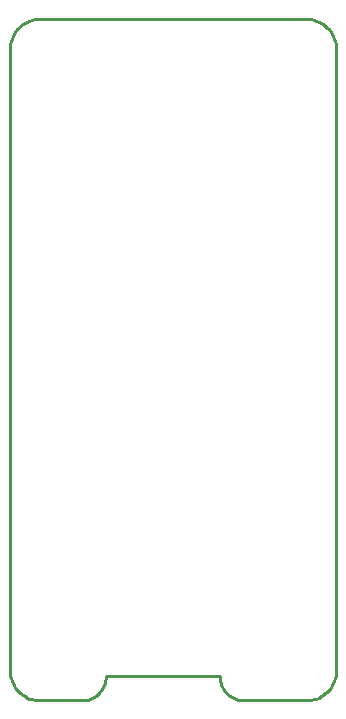
<source format=gbr>
G04 EAGLE Gerber RS-274X export*
G75*
%MOMM*%
%FSLAX34Y34*%
%LPD*%
%IN*%
%IPPOS*%
%AMOC8*
5,1,8,0,0,1.08239X$1,22.5*%
G01*
%ADD10C,0.254000*%


D10*
X0Y25400D02*
X97Y23186D01*
X386Y20989D01*
X865Y18826D01*
X1532Y16713D01*
X2380Y14666D01*
X3403Y12700D01*
X4594Y10831D01*
X5942Y9073D01*
X7440Y7440D01*
X9073Y5942D01*
X10831Y4594D01*
X12700Y3403D01*
X14666Y2380D01*
X16713Y1532D01*
X18826Y865D01*
X20989Y386D01*
X23186Y97D01*
X25400Y0D01*
X60960Y0D01*
X62731Y77D01*
X64489Y309D01*
X66219Y692D01*
X67910Y1225D01*
X69548Y1904D01*
X71120Y2722D01*
X72615Y3675D01*
X74021Y4754D01*
X75328Y5952D01*
X76526Y7259D01*
X77605Y8665D01*
X78558Y10160D01*
X79376Y11732D01*
X80055Y13370D01*
X80588Y15061D01*
X80971Y16791D01*
X81203Y18549D01*
X81280Y20320D01*
X177800Y20320D01*
X177877Y18549D01*
X178109Y16791D01*
X178492Y15061D01*
X179025Y13370D01*
X179704Y11732D01*
X180522Y10160D01*
X181475Y8665D01*
X182554Y7259D01*
X183752Y5952D01*
X185059Y4754D01*
X186465Y3675D01*
X187960Y2722D01*
X189532Y1904D01*
X191170Y1225D01*
X192861Y692D01*
X194591Y309D01*
X196349Y77D01*
X198120Y0D01*
X250952Y0D01*
X253166Y97D01*
X255363Y386D01*
X257526Y865D01*
X259639Y1532D01*
X261687Y2380D01*
X263652Y3403D01*
X265521Y4594D01*
X267279Y5942D01*
X268913Y7440D01*
X270410Y9073D01*
X271758Y10831D01*
X272949Y12700D01*
X273972Y14666D01*
X274820Y16713D01*
X275487Y18826D01*
X275966Y20989D01*
X276255Y23186D01*
X276352Y25400D01*
X276352Y551690D01*
X276255Y553904D01*
X275966Y556101D01*
X275487Y558264D01*
X274820Y560377D01*
X273972Y562425D01*
X272949Y564390D01*
X271758Y566259D01*
X270410Y568017D01*
X268913Y569651D01*
X267279Y571148D01*
X265521Y572496D01*
X263652Y573687D01*
X261687Y574710D01*
X259639Y575558D01*
X257526Y576225D01*
X255363Y576704D01*
X253166Y576993D01*
X250952Y577090D01*
X25400Y577090D01*
X23186Y576993D01*
X20989Y576704D01*
X18826Y576225D01*
X16713Y575558D01*
X14666Y574710D01*
X12700Y573687D01*
X10831Y572496D01*
X9073Y571148D01*
X7440Y569651D01*
X5942Y568017D01*
X4594Y566259D01*
X3403Y564390D01*
X2380Y562425D01*
X1532Y560377D01*
X865Y558264D01*
X386Y556101D01*
X97Y553904D01*
X0Y551690D01*
X0Y25400D01*
M02*

</source>
